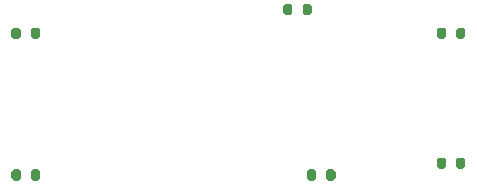
<source format=gtp>
%TF.GenerationSoftware,KiCad,Pcbnew,5.1.10*%
%TF.CreationDate,2021-11-03T22:20:00+01:00*%
%TF.ProjectId,main_pcb_ui,6d61696e-5f70-4636-925f-75692e6b6963,rev?*%
%TF.SameCoordinates,PX8583b00PY5f5e100*%
%TF.FileFunction,Paste,Top*%
%TF.FilePolarity,Positive*%
%FSLAX46Y46*%
G04 Gerber Fmt 4.6, Leading zero omitted, Abs format (unit mm)*
G04 Created by KiCad (PCBNEW 5.1.10) date 2021-11-03 22:20:00*
%MOMM*%
%LPD*%
G01*
G04 APERTURE LIST*
G04 APERTURE END LIST*
%TO.C,R6*%
G36*
G01*
X18425000Y-5275000D02*
X18425000Y-4725000D01*
G75*
G02*
X18625000Y-4525000I200000J0D01*
G01*
X19025000Y-4525000D01*
G75*
G02*
X19225000Y-4725000I0J-200000D01*
G01*
X19225000Y-5275000D01*
G75*
G02*
X19025000Y-5475000I-200000J0D01*
G01*
X18625000Y-5475000D01*
G75*
G02*
X18425000Y-5275000I0J200000D01*
G01*
G37*
G36*
G01*
X16775000Y-5275000D02*
X16775000Y-4725000D01*
G75*
G02*
X16975000Y-4525000I200000J0D01*
G01*
X17375000Y-4525000D01*
G75*
G02*
X17575000Y-4725000I0J-200000D01*
G01*
X17575000Y-5275000D01*
G75*
G02*
X17375000Y-5475000I-200000J0D01*
G01*
X16975000Y-5475000D01*
G75*
G02*
X16775000Y-5275000I0J200000D01*
G01*
G37*
%TD*%
%TO.C,R5*%
G36*
G01*
X18425000Y5725000D02*
X18425000Y6275000D01*
G75*
G02*
X18625000Y6475000I200000J0D01*
G01*
X19025000Y6475000D01*
G75*
G02*
X19225000Y6275000I0J-200000D01*
G01*
X19225000Y5725000D01*
G75*
G02*
X19025000Y5525000I-200000J0D01*
G01*
X18625000Y5525000D01*
G75*
G02*
X18425000Y5725000I0J200000D01*
G01*
G37*
G36*
G01*
X16775000Y5725000D02*
X16775000Y6275000D01*
G75*
G02*
X16975000Y6475000I200000J0D01*
G01*
X17375000Y6475000D01*
G75*
G02*
X17575000Y6275000I0J-200000D01*
G01*
X17575000Y5725000D01*
G75*
G02*
X17375000Y5525000I-200000J0D01*
G01*
X16975000Y5525000D01*
G75*
G02*
X16775000Y5725000I0J200000D01*
G01*
G37*
%TD*%
%TO.C,R4*%
G36*
G01*
X6575000Y-5725000D02*
X6575000Y-6275000D01*
G75*
G02*
X6375000Y-6475000I-200000J0D01*
G01*
X5975000Y-6475000D01*
G75*
G02*
X5775000Y-6275000I0J200000D01*
G01*
X5775000Y-5725000D01*
G75*
G02*
X5975000Y-5525000I200000J0D01*
G01*
X6375000Y-5525000D01*
G75*
G02*
X6575000Y-5725000I0J-200000D01*
G01*
G37*
G36*
G01*
X8225000Y-5725000D02*
X8225000Y-6275000D01*
G75*
G02*
X8025000Y-6475000I-200000J0D01*
G01*
X7625000Y-6475000D01*
G75*
G02*
X7425000Y-6275000I0J200000D01*
G01*
X7425000Y-5725000D01*
G75*
G02*
X7625000Y-5525000I200000J0D01*
G01*
X8025000Y-5525000D01*
G75*
G02*
X8225000Y-5725000I0J-200000D01*
G01*
G37*
%TD*%
%TO.C,R3*%
G36*
G01*
X-18425000Y-5725000D02*
X-18425000Y-6275000D01*
G75*
G02*
X-18625000Y-6475000I-200000J0D01*
G01*
X-19025000Y-6475000D01*
G75*
G02*
X-19225000Y-6275000I0J200000D01*
G01*
X-19225000Y-5725000D01*
G75*
G02*
X-19025000Y-5525000I200000J0D01*
G01*
X-18625000Y-5525000D01*
G75*
G02*
X-18425000Y-5725000I0J-200000D01*
G01*
G37*
G36*
G01*
X-16775000Y-5725000D02*
X-16775000Y-6275000D01*
G75*
G02*
X-16975000Y-6475000I-200000J0D01*
G01*
X-17375000Y-6475000D01*
G75*
G02*
X-17575000Y-6275000I0J200000D01*
G01*
X-17575000Y-5725000D01*
G75*
G02*
X-17375000Y-5525000I200000J0D01*
G01*
X-16975000Y-5525000D01*
G75*
G02*
X-16775000Y-5725000I0J-200000D01*
G01*
G37*
%TD*%
%TO.C,R2*%
G36*
G01*
X-18425000Y6275000D02*
X-18425000Y5725000D01*
G75*
G02*
X-18625000Y5525000I-200000J0D01*
G01*
X-19025000Y5525000D01*
G75*
G02*
X-19225000Y5725000I0J200000D01*
G01*
X-19225000Y6275000D01*
G75*
G02*
X-19025000Y6475000I200000J0D01*
G01*
X-18625000Y6475000D01*
G75*
G02*
X-18425000Y6275000I0J-200000D01*
G01*
G37*
G36*
G01*
X-16775000Y6275000D02*
X-16775000Y5725000D01*
G75*
G02*
X-16975000Y5525000I-200000J0D01*
G01*
X-17375000Y5525000D01*
G75*
G02*
X-17575000Y5725000I0J200000D01*
G01*
X-17575000Y6275000D01*
G75*
G02*
X-17375000Y6475000I200000J0D01*
G01*
X-16975000Y6475000D01*
G75*
G02*
X-16775000Y6275000I0J-200000D01*
G01*
G37*
%TD*%
%TO.C,R1*%
G36*
G01*
X4575000Y8275000D02*
X4575000Y7725000D01*
G75*
G02*
X4375000Y7525000I-200000J0D01*
G01*
X3975000Y7525000D01*
G75*
G02*
X3775000Y7725000I0J200000D01*
G01*
X3775000Y8275000D01*
G75*
G02*
X3975000Y8475000I200000J0D01*
G01*
X4375000Y8475000D01*
G75*
G02*
X4575000Y8275000I0J-200000D01*
G01*
G37*
G36*
G01*
X6225000Y8275000D02*
X6225000Y7725000D01*
G75*
G02*
X6025000Y7525000I-200000J0D01*
G01*
X5625000Y7525000D01*
G75*
G02*
X5425000Y7725000I0J200000D01*
G01*
X5425000Y8275000D01*
G75*
G02*
X5625000Y8475000I200000J0D01*
G01*
X6025000Y8475000D01*
G75*
G02*
X6225000Y8275000I0J-200000D01*
G01*
G37*
%TD*%
M02*

</source>
